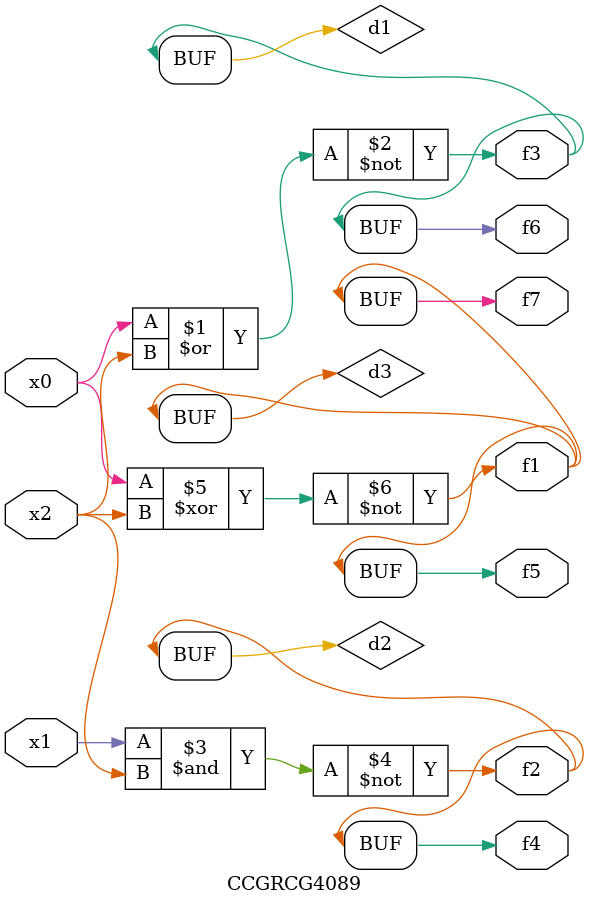
<source format=v>
module CCGRCG4089(
	input x0, x1, x2,
	output f1, f2, f3, f4, f5, f6, f7
);

	wire d1, d2, d3;

	nor (d1, x0, x2);
	nand (d2, x1, x2);
	xnor (d3, x0, x2);
	assign f1 = d3;
	assign f2 = d2;
	assign f3 = d1;
	assign f4 = d2;
	assign f5 = d3;
	assign f6 = d1;
	assign f7 = d3;
endmodule

</source>
